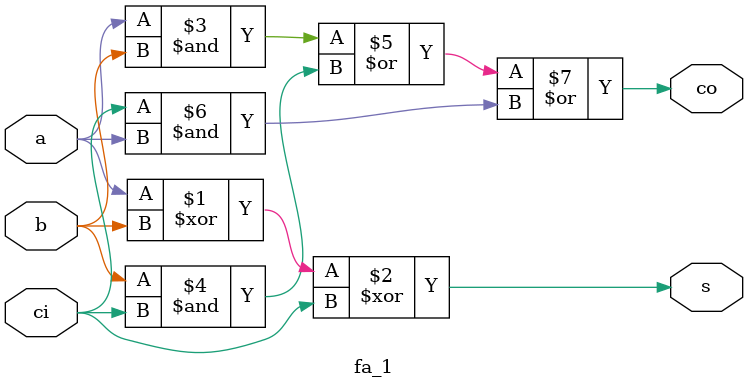
<source format=v>
module fa_1(a,b,ci,s,co);
input a,b,ci;
output s,co;
assign s = (a^b)^ci;
assign co = (a&b)|(b&ci)|(ci&a);
endmodule


</source>
